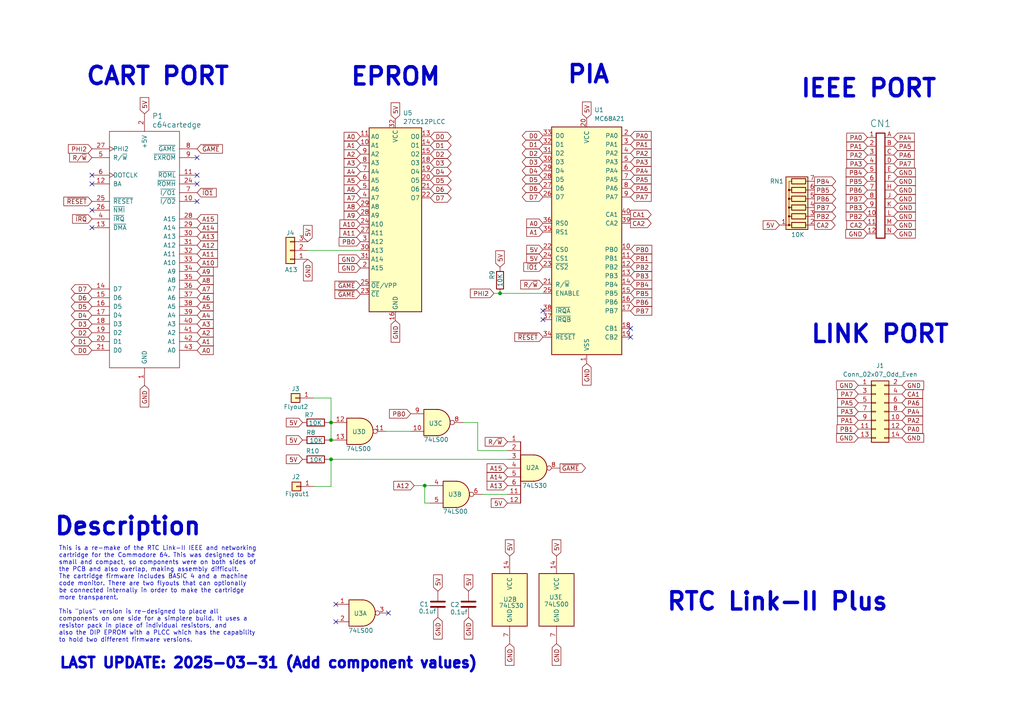
<source format=kicad_sch>
(kicad_sch (version 20250114) (generator "eeschema") (generator_version "9.0")
  (paper "A4")
  (lib_symbols
    (symbol "74xx:74LS00" (pin_names (offset 1.016))
      (property "Reference" "U" (at 0 1.27 0))
      (property "Value" "74LS00" (at 0 -1.27 0))
      (symbol "74LS00_1_1"
        (pin input line (at -7.62 2.54 0) (length 3.81) (name "~") (number "1"))
        (pin input line (at -7.62 -2.54 0) (length 3.81) (name "~") (number "2"))
        (pin output inverted (at 7.62 0 180) (length 3.81) (name "~") (number "3"))
      )
      (symbol "74LS00_1_2"
        (pin input inverted (at -7.62 2.54 0) (length 4.318) (name "~") (number "1"))
        (pin input inverted (at -7.62 -2.54 0) (length 4.318) (name "~") (number "2"))
        (pin output line (at 7.62 0 180) (length 3.81) (name "~") (number "3"))
      )
      (symbol "74LS00_2_1"
        (pin input line (at -7.62 2.54 0) (length 3.81) (name "~") (number "4"))
        (pin input line (at -7.62 -2.54 0) (length 3.81) (name "~") (number "5"))
        (pin output inverted (at 7.62 0 180) (length 3.81) (name "~") (number "6"))
      )
      (symbol "74LS00_2_2"
        (pin input inverted (at -7.62 2.54 0) (length 4.318) (name "~") (number "4"))
        (pin input inverted (at -7.62 -2.54 0) (length 4.318) (name "~") (number "5"))
        (pin output line (at 7.62 0 180) (length 3.81) (name "~") (number "6"))
      )
      (symbol "74LS00_3_1"
        (pin input line (at -7.62 2.54 0) (length 3.81) (name "~") (number "9"))
        (pin input line (at -7.62 -2.54 0) (length 3.81) (name "~") (number "10"))
        (pin output inverted (at 7.62 0 180) (length 3.81) (name "~") (number "8"))
      )
      (symbol "74LS00_3_2"
        (pin input inverted (at -7.62 2.54 0) (length 4.318) (name "~") (number "9"))
        (pin input inverted (at -7.62 -2.54 0) (length 4.318) (name "~") (number "10"))
        (pin output line (at 7.62 0 180) (length 3.81) (name "~") (number "8"))
      )
      (symbol "74LS00_4_1"
        (pin input line (at -7.62 2.54 0) (length 3.81) (name "~") (number "12"))
        (pin input line (at -7.62 -2.54 0) (length 3.81) (name "~") (number "13"))
        (pin output inverted (at 7.62 0 180) (length 3.81) (name "~") (number "11"))
      )
      (symbol "74LS00_4_2"
        (pin input inverted (at -7.62 2.54 0) (length 4.318) (name "~") (number "12"))
        (pin input inverted (at -7.62 -2.54 0) (length 4.318) (name "~") (number "13"))
        (pin output line (at 7.62 0 180) (length 3.81) (name "~") (number "11"))
      )
      (symbol "74LS00_5_0"
        (pin power_in line (at 0 12.7 270) (length 5.08) (name "VCC") (number "14"))
        (pin power_in line (at 0 -12.7 90) (length 5.08) (name "GND") (number "7"))
      )
    )
    (symbol "74xx:74LS30" (pin_names (offset 1.016))
      (property "Reference" "U" (at 0 1.27 0))
      (property "Value" "74LS30" (at 0 -1.27 0))
      (symbol "74LS30_1_1"
        (pin input line (at -7.62 7.62 0) (length 3.81) (name "~") (number "1"))
        (pin input line (at -7.62 5.08 0) (length 3.81) (name "~") (number "2"))
        (pin input line (at -7.62 2.54 0) (length 3.81) (name "~") (number "3"))
        (pin input line (at -7.62 0 0) (length 3.81) (name "~") (number "4"))
        (pin input line (at -7.62 -2.54 0) (length 3.81) (name "~") (number "5"))
        (pin input line (at -7.62 -5.08 0) (length 3.81) (name "~") (number "6"))
        (pin input line (at -7.62 -7.62 0) (length 3.81) (name "~") (number "11"))
        (pin input line (at -7.62 -10.16 0) (length 3.81) (name "~") (number "12"))
        (pin output inverted (at 7.62 0 180) (length 3.81) (name "~") (number "8"))
      )
      (symbol "74LS30_1_2"
        (pin input inverted (at -7.62 7.62 0) (length 3.81) (name "~") (number "1"))
        (pin input inverted (at -7.62 5.08 0) (length 3.81) (name "~") (number "2"))
        (pin input inverted (at -7.62 2.54 0) (length 4.5466) (name "~") (number "3"))
        (pin input inverted (at -7.62 0 0) (length 5.08) (name "~") (number "4"))
        (pin input inverted (at -7.62 -2.54 0) (length 4.5466) (name "~") (number "5"))
        (pin input inverted (at -7.62 -5.08 0) (length 3.81) (name "~") (number "6"))
        (pin input inverted (at -7.62 -7.62 0) (length 3.81) (name "~") (number "11"))
        (pin input inverted (at -7.62 -10.16 0) (length 3.81) (name "~") (number "12"))
        (pin output line (at 7.62 0 180) (length 3.81) (name "~") (number "8"))
      )
      (symbol "74LS30_2_0"
        (pin power_in line (at 0 12.7 270) (length 5.08) (name "VCC") (number "14"))
        (pin power_in line (at 0 -12.7 90) (length 5.08) (name "GND") (number "7"))
      )
    )
    (symbol "Connector_Generic:Conn_01x01" (pin_names (offset 1.016) (hide yes))
      (property "Reference" "J" (at 0 2.54 0))
      (property "Value" "Conn_01x01" (at 0 -2.54 0))
      (symbol "Conn_01x01_1_1"
        (pin passive line (at -5.08 0 0) (length 3.81) (name "Pin_1") (number "1"))
      )
    )
    (symbol "Connector_Generic:Conn_01x03" (pin_names (offset 1.016) (hide yes))
      (property "Reference" "J" (at 0 5.08 0))
      (property "Value" "Conn_01x03" (at 0 -5.08 0))
      (symbol "Conn_01x03_1_1"
        (pin passive line (at -5.08 2.54 0) (length 3.81) (name "Pin_1") (number "1"))
        (pin passive line (at -5.08 0 0) (length 3.81) (name "Pin_2") (number "2"))
        (pin passive line (at -5.08 -2.54 0) (length 3.81) (name "Pin_3") (number "3"))
      )
    )
    (symbol "Connector_Generic:Conn_02x07_Odd_Even" (pin_names (offset 1.016) (hide yes))
      (property "Reference" "J" (at 1.27 10.16 0))
      (property "Value" "Conn_02x07_Odd_Even" (at 1.27 -10.16 0))
      (symbol "Conn_02x07_Odd_Even_1_1"
        (pin passive line (at -5.08 7.62 0) (length 3.81) (name "Pin_1") (number "1"))
        (pin passive line (at -5.08 5.08 0) (length 3.81) (name "Pin_3") (number "3"))
        (pin passive line (at -5.08 2.54 0) (length 3.81) (name "Pin_5") (number "5"))
        (pin passive line (at -5.08 0 0) (length 3.81) (name "Pin_7") (number "7"))
        (pin passive line (at -5.08 -2.54 0) (length 3.81) (name "Pin_9") (number "9"))
        (pin passive line (at -5.08 -5.08 0) (length 3.81) (name "Pin_11") (number "11"))
        (pin passive line (at -5.08 -7.62 0) (length 3.81) (name "Pin_13") (number "13"))
        (pin passive line (at 7.62 7.62 180) (length 3.81) (name "Pin_2") (number "2"))
        (pin passive line (at 7.62 5.08 180) (length 3.81) (name "Pin_4") (number "4"))
        (pin passive line (at 7.62 2.54 180) (length 3.81) (name "Pin_6") (number "6"))
        (pin passive line (at 7.62 0 180) (length 3.81) (name "Pin_8") (number "8"))
        (pin passive line (at 7.62 -2.54 180) (length 3.81) (name "Pin_10") (number "10"))
        (pin passive line (at 7.62 -5.08 180) (length 3.81) (name "Pin_12") (number "12"))
        (pin passive line (at 7.62 -7.62 180) (length 3.81) (name "Pin_14") (number "14"))
      )
    )
    (symbol "Device:C" (pin_numbers (hide yes)) (pin_names (offset 0.254))
      (property "Reference" "C" (at 0.635 2.54 0))
      (property "Value" "C" (at 0.635 -2.54 0))
      (symbol "C_1_1"
        (pin passive line (at 0 3.81 270) (length 2.794) (name "~") (number "1"))
        (pin passive line (at 0 -3.81 90) (length 2.794) (name "~") (number "2"))
      )
    )
    (symbol "Device:R" (pin_numbers (hide yes)) (pin_names (offset 0))
      (property "Reference" "R" (at 2.032 0 90))
      (property "Value" "R" (at 0 0 90))
      (symbol "R_1_1"
        (pin passive line (at 0 3.81 270) (length 1.27) (name "~") (number "1"))
        (pin passive line (at 0 -3.81 90) (length 1.27) (name "~") (number "2"))
      )
    )
    (symbol "Device:R_Network06" (pin_names (offset 0) (hide yes))
      (property "Reference" "RN" (at -10.16 0 90))
      (property "Value" "R_Network06" (at 7.62 0 90))
      (symbol "R_Network06_1_1"
        (pin passive line (at -7.62 5.08 270) (length 2.54) (name "common") (number "1"))
        (pin passive line (at -7.62 -5.08 90) (length 1.27) (name "R1") (number "2"))
        (pin passive line (at -5.08 -5.08 90) (length 1.27) (name "R2") (number "3"))
        (pin passive line (at -2.54 -5.08 90) (length 1.27) (name "R3") (number "4"))
        (pin passive line (at 0 -5.08 90) (length 1.27) (name "R4") (number "5"))
        (pin passive line (at 2.54 -5.08 90) (length 1.27) (name "R5") (number "6"))
        (pin passive line (at 5.08 -5.08 90) (length 1.27) (name "R6") (number "7"))
      )
    )
    (symbol "Interface:MC68A21" (pin_names (offset 1.016))
      (property "Reference" "U" (at -7.62 34.29 0))
      (property "Value" "MC68A21" (at 10.16 34.29 0))
      (symbol "MC68A21_1_1"
        (pin bidirectional line (at -12.7 30.48 0) (length 2.54) (name "D0") (number "33"))
        (pin bidirectional line (at -12.7 27.94 0) (length 2.54) (name "D1") (number "32"))
        (pin bidirectional line (at -12.7 25.4 0) (length 2.54) (name "D2") (number "31"))
        (pin bidirectional line (at -12.7 22.86 0) (length 2.54) (name "D3") (number "30"))
        (pin bidirectional line (at -12.7 20.32 0) (length 2.54) (name "D4") (number "29"))
        (pin bidirectional line (at -12.7 17.78 0) (length 2.54) (name "D5") (number "28"))
        (pin bidirectional line (at -12.7 15.24 0) (length 2.54) (name "D6") (number "27"))
        (pin bidirectional line (at -12.7 12.7 0) (length 2.54) (name "D7") (number "26"))
        (pin input line (at -12.7 5.08 0) (length 2.54) (name "RS0") (number "36"))
        (pin input line (at -12.7 2.54 0) (length 2.54) (name "RS1") (number "35"))
        (pin input line (at -12.7 -2.54 0) (length 2.54) (name "CS0") (number "22"))
        (pin input line (at -12.7 -5.08 0) (length 2.54) (name "CS1") (number "24"))
        (pin input line (at -12.7 -7.62 0) (length 2.54) (name "~{CS2}") (number "23"))
        (pin input line (at -12.7 -12.7 0) (length 2.54) (name "R/~{W}") (number "21"))
        (pin input line (at -12.7 -15.24 0) (length 2.54) (name "ENABLE") (number "25"))
        (pin open_collector line (at -12.7 -20.32 0) (length 2.54) (name "~{IRQA}") (number "38"))
        (pin open_collector line (at -12.7 -22.86 0) (length 2.54) (name "~{IRQB}") (number "37"))
        (pin input line (at -12.7 -27.94 0) (length 2.54) (name "~{RESET}") (number "34"))
        (pin power_in line (at 0 35.56 270) (length 2.54) (name "VCC") (number "20"))
        (pin power_in line (at 0 -35.56 90) (length 2.54) (name "VSS") (number "1"))
        (pin bidirectional line (at 12.7 30.48 180) (length 2.54) (name "PA0") (number "2"))
        (pin bidirectional line (at 12.7 27.94 180) (length 2.54) (name "PA1") (number "3"))
        (pin bidirectional line (at 12.7 25.4 180) (length 2.54) (name "PA2") (number "4"))
        (pin bidirectional line (at 12.7 22.86 180) (length 2.54) (name "PA3") (number "5"))
        (pin bidirectional line (at 12.7 20.32 180) (length 2.54) (name "PA4") (number "6"))
        (pin bidirectional line (at 12.7 17.78 180) (length 2.54) (name "PA5") (number "7"))
        (pin bidirectional line (at 12.7 15.24 180) (length 2.54) (name "PA6") (number "8"))
        (pin bidirectional line (at 12.7 12.7 180) (length 2.54) (name "PA7") (number "9"))
        (pin input line (at 12.7 7.62 180) (length 2.54) (name "CA1") (number "40"))
        (pin bidirectional line (at 12.7 5.08 180) (length 2.54) (name "CA2") (number "39"))
        (pin bidirectional line (at 12.7 -2.54 180) (length 2.54) (name "PB0") (number "10"))
        (pin bidirectional line (at 12.7 -5.08 180) (length 2.54) (name "PB1") (number "11"))
        (pin bidirectional line (at 12.7 -7.62 180) (length 2.54) (name "PB2") (number "12"))
        (pin bidirectional line (at 12.7 -10.16 180) (length 2.54) (name "PB3") (number "13"))
        (pin bidirectional line (at 12.7 -12.7 180) (length 2.54) (name "PB4") (number "14"))
        (pin bidirectional line (at 12.7 -15.24 180) (length 2.54) (name "PB5") (number "15"))
        (pin bidirectional line (at 12.7 -17.78 180) (length 2.54) (name "PB6") (number "16"))
        (pin bidirectional line (at 12.7 -20.32 180) (length 2.54) (name "PB7") (number "17"))
        (pin input line (at 12.7 -25.4 180) (length 2.54) (name "CB1") (number "18"))
        (pin bidirectional line (at 12.7 -27.94 180) (length 2.54) (name "CB2") (number "19"))
      )
    )
    (symbol "Memory_EPROM:27C512PLCC"
      (property "Reference" "U" (at -7.62 26.67 0))
      (property "Value" "27C512PLCC" (at 2.54 -29.21 0))
      (symbol "27C512PLCC_1_1"
        (pin input line (at -10.16 22.86 0) (length 2.54) (name "A0") (number "11"))
        (pin input line (at -10.16 20.32 0) (length 2.54) (name "A1") (number "10"))
        (pin input line (at -10.16 17.78 0) (length 2.54) (name "A2") (number "9"))
        (pin input line (at -10.16 15.24 0) (length 2.54) (name "A3") (number "8"))
        (pin input line (at -10.16 12.7 0) (length 2.54) (name "A4") (number "7"))
        (pin input line (at -10.16 10.16 0) (length 2.54) (name "A5") (number "6"))
        (pin input line (at -10.16 7.62 0) (length 2.54) (name "A6") (number "5"))
        (pin input line (at -10.16 5.08 0) (length 2.54) (name "A7") (number "4"))
        (pin input line (at -10.16 2.54 0) (length 2.54) (name "A8") (number "29"))
        (pin input line (at -10.16 0 0) (length 2.54) (name "A9") (number "28"))
        (pin input line (at -10.16 -2.54 0) (length 2.54) (name "A10") (number "24"))
        (pin input line (at -10.16 -5.08 0) (length 2.54) (name "A11") (number "27"))
        (pin input line (at -10.16 -7.62 0) (length 2.54) (name "A12") (number "3"))
        (pin input line (at -10.16 -10.16 0) (length 2.54) (name "A13") (number "30"))
        (pin input line (at -10.16 -12.7 0) (length 2.54) (name "A14") (number "31"))
        (pin input line (at -10.16 -15.24 0) (length 2.54) (name "A15") (number "2"))
        (pin input line (at -10.16 -20.32 0) (length 2.54) (name "~{OE}/VPP") (number "25"))
        (pin input line (at -10.16 -22.86 0) (length 2.54) (name "~{CE}") (number "23"))
        (pin power_in line (at 0 27.94 270) (length 2.54) (name "VCC") (number "32"))
        (pin power_in line (at 0 -30.48 90) (length 2.54) (name "GND") (number "16"))
        (pin no_connect line (at 7.62 -17.78 180) (length 2.54) (hide yes) (name "NC") (number "1"))
        (pin no_connect line (at 7.62 -20.32 180) (length 2.54) (hide yes) (name "NC") (number "17"))
        (pin no_connect line (at 7.62 -22.86 180) (length 2.54) (hide yes) (name "NC") (number "12"))
        (pin no_connect line (at 7.62 -25.4 180) (length 2.54) (hide yes) (name "NC") (number "26"))
        (pin tri_state line (at 10.16 22.86 180) (length 2.54) (name "O0") (number "13"))
        (pin tri_state line (at 10.16 20.32 180) (length 2.54) (name "O1") (number "14"))
        (pin tri_state line (at 10.16 17.78 180) (length 2.54) (name "O2") (number "15"))
        (pin tri_state line (at 10.16 15.24 180) (length 2.54) (name "O3") (number "18"))
        (pin tri_state line (at 10.16 12.7 180) (length 2.54) (name "O4") (number "19"))
        (pin tri_state line (at 10.16 10.16 180) (length 2.54) (name "O5") (number "20"))
        (pin tri_state line (at 10.16 7.62 180) (length 2.54) (name "O6") (number "21"))
        (pin tri_state line (at 10.16 5.08 180) (length 2.54) (name "O7") (number "22"))
      )
    )
    (symbol "c64cartedge:c64cartedge" (pin_names (offset 1.016))
      (property "Reference" "P" (at -7.62 34.29 0))
      (property "Value" "c64cartedge" (at 0 0 90))
      (symbol "c64cartedge_1_1"
        (pin output clock (at -15.24 26.67 0) (length 5.08) (name "PHI2") (number "27"))
        (pin output line (at -15.24 24.13 0) (length 5.08) (name "R/~{W}") (number "5"))
        (pin output clock (at -15.24 19.05 0) (length 5.08) (name "DOTCLK") (number "6"))
        (pin output line (at -15.24 16.51 0) (length 5.08) (name "BA") (number "12"))
        (pin input line (at -15.24 11.43 0) (length 5.08) (name "~{RESET}") (number "25"))
        (pin input line (at -15.24 8.89 0) (length 5.08) (name "~{NMI}") (number "26"))
        (pin input line (at -15.24 6.35 0) (length 5.08) (name "~{IRQ}") (number "4"))
        (pin input line (at -15.24 3.81 0) (length 5.08) (name "~{DMA}") (number "13"))
        (pin output line (at -15.24 -13.97 0) (length 5.08) (name "D7") (number "14"))
        (pin output line (at -15.24 -16.51 0) (length 5.08) (name "D6") (number "15"))
        (pin output line (at -15.24 -19.05 0) (length 5.08) (name "D5") (number "16"))
        (pin output line (at -15.24 -21.59 0) (length 5.08) (name "D4") (number "17"))
        (pin output line (at -15.24 -24.13 0) (length 5.08) (name "D3") (number "18"))
        (pin output line (at -15.24 -26.67 0) (length 5.08) (name "D2") (number "19"))
        (pin output line (at -15.24 -29.21 0) (length 5.08) (name "D1") (number "20"))
        (pin output line (at -15.24 -31.75 0) (length 5.08) (name "D0") (number "21"))
        (pin power_in line (at 0 36.83 270) (length 5.08) (name "+5V") (number "2"))
        (pin power_in line (at 0 36.83 270) (length 5.08) (hide yes) (name "+5V") (number "3"))
        (pin power_in line (at 0 -41.91 90) (length 5.08) (name "GND") (number "1"))
        (pin power_in line (at 0 -41.91 90) (length 5.08) (hide yes) (name "GND") (number "22"))
        (pin power_in line (at 0 -41.91 90) (length 5.08) (hide yes) (name "GND") (number "23"))
        (pin power_in line (at 0 -41.91 90) (length 5.08) (hide yes) (name "GND") (number "44"))
        (pin input line (at 15.24 26.67 180) (length 5.08) (name "~{GAME}") (number "8"))
        (pin input line (at 15.24 24.13 180) (length 5.08) (name "~{EXROM}") (number "9"))
        (pin output line (at 15.24 19.05 180) (length 5.08) (name "~{ROML}") (number "11"))
        (pin output line (at 15.24 16.51 180) (length 5.08) (name "~{ROMH}") (number "24"))
        (pin output line (at 15.24 13.97 180) (length 5.08) (name "~{I/O1}") (number "7"))
        (pin output line (at 15.24 11.43 180) (length 5.08) (name "~{I/O2}") (number "10"))
        (pin output line (at 15.24 6.35 180) (length 5.08) (name "A15") (number "28"))
        (pin output line (at 15.24 3.81 180) (length 5.08) (name "A14") (number "29"))
        (pin output line (at 15.24 1.27 180) (length 5.08) (name "A13") (number "30"))
        (pin output line (at 15.24 -1.27 180) (length 5.08) (name "A12") (number "31"))
        (pin output line (at 15.24 -3.81 180) (length 5.08) (name "A11") (number "32"))
        (pin output line (at 15.24 -6.35 180) (length 5.08) (name "A10") (number "33"))
        (pin output line (at 15.24 -8.89 180) (length 5.08) (name "A9") (number "34"))
        (pin output line (at 15.24 -11.43 180) (length 5.08) (name "A8") (number "35"))
        (pin output line (at 15.24 -13.97 180) (length 5.08) (name "A7") (number "36"))
        (pin output line (at 15.24 -16.51 180) (length 5.08) (name "A6") (number "37"))
        (pin output line (at 15.24 -19.05 180) (length 5.08) (name "A5") (number "38"))
        (pin output line (at 15.24 -21.59 180) (length 5.08) (name "A4") (number "39"))
        (pin output line (at 15.24 -24.13 180) (length 5.08) (name "A3") (number "40"))
        (pin output line (at 15.24 -26.67 180) (length 5.08) (name "A2") (number "41"))
        (pin output line (at 15.24 -29.21 180) (length 5.08) (name "A1") (number "42"))
        (pin output line (at 15.24 -31.75 180) (length 5.08) (name "A0") (number "43"))
      )
    )
    (symbol "cbm:EDGE_CON_02x12" (pin_names (offset 1.016))
      (property "Reference" "CN" (at 0 17.78 0))
      (symbol "EDGE_CON_02x12_1_1"
        (pin input line (at -3.81 13.97 0) (length 2.54) (name "~") (number "1"))
        (pin input line (at -3.81 11.43 0) (length 2.54) (name "~") (number "2"))
        (pin input line (at -3.81 8.89 0) (length 2.54) (name "~") (number "3"))
        (pin input line (at -3.81 6.35 0) (length 2.54) (name "~") (number "4"))
        (pin input line (at -3.81 3.81 0) (length 2.54) (name "~") (number "5"))
        (pin input line (at -3.81 1.27 0) (length 2.54) (name "~") (number "6"))
        (pin input line (at -3.81 -1.27 0) (length 2.54) (name "~") (number "7"))
        (pin input line (at -3.81 -3.81 0) (length 2.54) (name "~") (number "8"))
        (pin input line (at -3.81 -6.35 0) (length 2.54) (name "~") (number "9"))
        (pin input line (at -3.81 -8.89 0) (length 2.54) (name "~") (number "10"))
        (pin input line (at -3.81 -11.43 0) (length 2.54) (name "~") (number "11"))
        (pin input line (at -3.81 -13.97 0) (length 2.54) (name "~") (number "12"))
        (pin input line (at 3.81 13.97 180) (length 2.54) (name "~") (number "A"))
        (pin input line (at 3.81 11.43 180) (length 2.54) (name "~") (number "B"))
        (pin input line (at 3.81 8.89 180) (length 2.54) (name "~") (number "C"))
        (pin input line (at 3.81 6.35 180) (length 2.54) (name "~") (number "D"))
        (pin input line (at 3.81 3.81 180) (length 2.54) (name "~") (number "E"))
        (pin input line (at 3.81 1.27 180) (length 2.54) (name "~") (number "F"))
        (pin input line (at 3.81 -1.27 180) (length 2.54) (name "~") (number "H"))
        (pin input line (at 3.81 -3.81 180) (length 2.54) (name "~") (number "J"))
        (pin input line (at 3.81 -6.35 180) (length 2.54) (name "~") (number "K"))
        (pin input line (at 3.81 -8.89 180) (length 2.54) (name "~") (number "L"))
        (pin input line (at 3.81 -11.43 180) (length 2.54) (name "~") (number "M"))
        (pin input line (at 3.81 -13.97 180) (length 2.54) (name "~") (number "N"))
      )
    )
  )
  (text "IEEE PORT" (at 231.902 28.702 0) (effects (font (size 5 5) (thickness 1) (bold yes)) (justify left bottom)))
  (text "Description" (at 15.494 155.702 0) (effects (font (size 5 5) (thickness 1) (bold yes)) (justify left bottom)))
  (text "EPROM" (at 101.346 25.273 0) (effects (font (size 5 5) (thickness 1) (bold yes)) (justify left bottom)))
  (text "LAST UPDATE: 2025-03-31 (Add component values)" (at 17.018 194.183 0) (effects (font (size 3 3) (thickness 0.8) (bold yes)) (justify left bottom)))
  (text "PIA" (at 164.211 24.638 0) (effects (font (size 5 5) (thickness 1) (bold yes)) (justify left bottom)))
  (text "This is a re-make of the RTC Link-II IEEE and networking\ncartridge for the Commodore 64. This was designed to be\nsmall and compact, so components were on both sides of\nthe PCB and also overlap, making assembly difficult.\nThe cartridge firmware includes BASIC 4 and a machine\ncode monitor. There are two flyouts that can optionally\nbe connected internally in order to make the cartridge\nmore transparent.\n\nThis \"plus\" version is re-designed to place all\ncomponents on one side for a simplere build. It uses a\nresistor pack in place of individual resistors, and\nalso the DIP EPROM with a PLCC which has the capability\nto hold two different firmware versions." (at 17.018 186.436 0) (effects (font (size 1.27 1.27)) (justify left bottom)))
  (text "CART PORT" (at 24.638 25.146 0) (effects (font (size 5 5) (thickness 1) (bold yes)) (justify left bottom)))
  (text "RTC Link-II Plus" (at 193.04 177.546 0) (effects (font (size 5 5) (thickness 1) (bold yes)) (justify left bottom)))
  (text "LINK PORT" (at 234.823 99.949 0) (effects (font (size 5 5) (thickness 1) (bold yes)) (justify left bottom)))
  (junction (at 96.012 127.635))
  (junction (at 145.034 85.09))
  (junction (at 123.19 140.843))
  (junction (at 96.012 133.223))
  (junction (at 96.012 122.555))
  (no_connect (at 26.67 53.34))
  (no_connect (at 26.67 66.04))
  (no_connect (at 57.15 58.42))
  (no_connect (at 182.88 97.79))
  (no_connect (at 157.48 92.71))
  (no_connect (at 97.409 180.34))
  (no_connect (at 97.409 175.26))
  (no_connect (at 57.15 50.8))
  (no_connect (at 57.15 53.34))
  (no_connect (at 182.88 95.25))
  (no_connect (at 157.48 90.17))
  (no_connect (at 26.67 50.8))
  (no_connect (at 26.67 60.96))
  (no_connect (at 57.15 45.72))
  (no_connect (at 112.649 177.8))
  (wire (pts (xy 96.012 122.555) (xy 96.774 122.555)))
  (wire (pts (xy 120.142 140.843) (xy 123.19 140.843)))
  (wire (pts (xy 95.377 122.555) (xy 96.012 122.555)))
  (wire (pts (xy 89.281 72.644) (xy 104.521 72.644)))
  (wire (pts (xy 139.954 143.383) (xy 147.193 143.383)))
  (wire (pts (xy 90.805 115.443) (xy 96.012 115.443)))
  (wire (pts (xy 145.034 85.09) (xy 157.48 85.09)))
  (wire (pts (xy 123.19 145.923) (xy 123.19 140.843)))
  (wire (pts (xy 138.557 130.683) (xy 138.557 122.555)))
  (wire (pts (xy 138.557 122.555) (xy 134.366 122.555)))
  (wire (pts (xy 96.012 133.223) (xy 147.193 133.223)))
  (wire (pts (xy 123.19 140.843) (xy 124.714 140.843)))
  (wire (pts (xy 96.012 141.097) (xy 96.012 133.223)))
  (wire (pts (xy 143.256 85.09) (xy 145.034 85.09)))
  (wire (pts (xy 124.714 145.923) (xy 123.19 145.923)))
  (wire (pts (xy 95.377 127.635) (xy 96.012 127.635)))
  (wire (pts (xy 91.059 141.097) (xy 96.012 141.097)))
  (wire (pts (xy 112.014 125.095) (xy 119.126 125.095)))
  (wire (pts (xy 95.377 133.223) (xy 96.012 133.223)))
  (wire (pts (xy 96.012 122.555) (xy 96.012 127.635)))
  (wire (pts (xy 96.012 115.443) (xy 96.012 122.555)))
  (wire (pts (xy 147.193 130.683) (xy 138.557 130.683)))
  (wire (pts (xy 96.012 127.635) (xy 96.774 127.635)))
  (global_label "PA0" (shape input) (at 182.88 39.37 0) (property "Intersheetrefs" "${INTERSHEET_REFS}" (effects (hide yes))))
  (global_label "PB7" (shape input) (at 182.88 90.17 0) (property "Intersheetrefs" "${INTERSHEET_REFS}" (effects (hide yes))))
  (global_label "PA0" (shape input) (at 251.587 39.878 180) (property "Intersheetrefs" "${INTERSHEET_REFS}" (effects (hide yes))))
  (global_label "A3" (shape input) (at 104.521 47.244 180) (property "Intersheetrefs" "${INTERSHEET_REFS}" (effects (hide yes))))
  (global_label "GND" (shape input) (at 147.828 186.69 270) (property "Intersheetrefs" "${INTERSHEET_REFS}" (effects (hide yes))))
  (global_label "D7" (shape bidirectional) (at 124.841 57.404 0) (property "Intersheetrefs" "${INTERSHEET_REFS}" (effects (hide yes))))
  (global_label "A15" (shape input) (at 147.193 135.763 180) (property "Intersheetrefs" "${INTERSHEET_REFS}" (effects (hide yes))))
  (global_label "GND" (shape input) (at 135.89 179.07 270) (property "Intersheetrefs" "${INTERSHEET_REFS}" (effects (hide yes))))
  (global_label "PA3" (shape input) (at 248.92 119.38 180) (property "Intersheetrefs" "${INTERSHEET_REFS}" (effects (hide yes))))
  (global_label "GND" (shape input) (at 127 179.07 270) (property "Intersheetrefs" "${INTERSHEET_REFS}" (effects (hide yes))))
  (global_label "PHI2" (shape input) (at 26.67 43.18 180) (property "Intersheetrefs" "${INTERSHEET_REFS}" (effects (hide yes))))
  (global_label "PB7" (shape input) (at 251.587 57.658 180) (property "Intersheetrefs" "${INTERSHEET_REFS}" (effects (hide yes))))
  (global_label "PA5" (shape input) (at 182.88 52.07 0) (property "Intersheetrefs" "${INTERSHEET_REFS}" (effects (hide yes))))
  (global_label "A1" (shape input) (at 157.48 67.31 180) (property "Intersheetrefs" "${INTERSHEET_REFS}" (effects (hide yes))))
  (global_label "GND" (shape input) (at 104.521 75.184 180) (property "Intersheetrefs" "${INTERSHEET_REFS}" (effects (hide yes))))
  (global_label "PA1" (shape input) (at 251.587 42.418 180) (property "Intersheetrefs" "${INTERSHEET_REFS}" (effects (hide yes))))
  (global_label "PA6" (shape input) (at 182.88 54.61 0) (property "Intersheetrefs" "${INTERSHEET_REFS}" (effects (hide yes))))
  (global_label "PA1" (shape input) (at 248.92 121.92 180) (property "Intersheetrefs" "${INTERSHEET_REFS}" (effects (hide yes))))
  (global_label "D6" (shape bidirectional) (at 124.841 54.864 0) (property "Intersheetrefs" "${INTERSHEET_REFS}" (effects (hide yes))))
  (global_label "GND" (shape input) (at 161.417 186.69 270) (property "Intersheetrefs" "${INTERSHEET_REFS}" (effects (hide yes))))
  (global_label "GND" (shape input) (at 259.207 55.118 0) (property "Intersheetrefs" "${INTERSHEET_REFS}" (effects (hide yes))))
  (global_label "D1" (shape bidirectional) (at 157.48 41.91 180) (property "Intersheetrefs" "${INTERSHEET_REFS}" (effects (hide yes))))
  (global_label "PB4" (shape input) (at 251.587 50.038 180) (property "Intersheetrefs" "${INTERSHEET_REFS}" (effects (hide yes))))
  (global_label "PB4" (shape output) (at 236.22 52.578 0) (property "Intersheetrefs" "${INTERSHEET_REFS}" (effects (hide yes))))
  (global_label "D0" (shape bidirectional) (at 157.48 39.37 180) (property "Intersheetrefs" "${INTERSHEET_REFS}" (effects (hide yes))))
  (global_label "~{GAME}" (shape output) (at 162.433 135.763 0) (property "Intersheetrefs" "${INTERSHEET_REFS}" (effects (hide yes))))
  (global_label "PB0" (shape input) (at 182.88 72.39 0) (property "Intersheetrefs" "${INTERSHEET_REFS}" (effects (hide yes))))
  (global_label "D4" (shape bidirectional) (at 124.841 49.784 0) (property "Intersheetrefs" "${INTERSHEET_REFS}" (effects (hide yes))))
  (global_label "A15" (shape input) (at 57.15 63.5 0) (property "Intersheetrefs" "${INTERSHEET_REFS}" (effects (hide yes))))
  (global_label "5V" (shape input) (at 87.757 133.223 180) (property "Intersheetrefs" "${INTERSHEET_REFS}" (effects (hide yes))))
  (global_label "D0" (shape bidirectional) (at 124.841 39.624 0) (property "Intersheetrefs" "${INTERSHEET_REFS}" (effects (hide yes))))
  (global_label "D3" (shape bidirectional) (at 26.67 93.98 180) (property "Intersheetrefs" "${INTERSHEET_REFS}" (effects (hide yes))))
  (global_label "PA0" (shape input) (at 261.62 124.46 0) (property "Intersheetrefs" "${INTERSHEET_REFS}" (effects (hide yes))))
  (global_label "5V" (shape input) (at 147.828 161.29 90) (property "Intersheetrefs" "${INTERSHEET_REFS}" (effects (hide yes))))
  (global_label "PA5" (shape input) (at 248.92 116.84 180) (property "Intersheetrefs" "${INTERSHEET_REFS}" (effects (hide yes))))
  (global_label "A7" (shape input) (at 104.521 57.404 180) (property "Intersheetrefs" "${INTERSHEET_REFS}" (effects (hide yes))))
  (global_label "CA2" (shape output) (at 182.88 64.77 0) (property "Intersheetrefs" "${INTERSHEET_REFS}" (effects (hide yes))))
  (global_label "~{RESET}" (shape input) (at 26.67 58.42 180) (property "Intersheetrefs" "${INTERSHEET_REFS}" (effects (hide yes))))
  (global_label "D5" (shape bidirectional) (at 157.48 52.07 180) (property "Intersheetrefs" "${INTERSHEET_REFS}" (effects (hide yes))))
  (global_label "A2" (shape input) (at 57.15 96.52 0) (property "Intersheetrefs" "${INTERSHEET_REFS}" (effects (hide yes))))
  (global_label "5V" (shape input) (at 226.06 65.278 180) (property "Intersheetrefs" "${INTERSHEET_REFS}" (effects (hide yes))))
  (global_label "5V" (shape input) (at 41.91 33.02 90) (property "Intersheetrefs" "${INTERSHEET_REFS}" (effects (hide yes))))
  (global_label "A2" (shape input) (at 104.521 44.704 180) (property "Intersheetrefs" "${INTERSHEET_REFS}" (effects (hide yes))))
  (global_label "D5" (shape bidirectional) (at 26.67 88.9 180) (property "Intersheetrefs" "${INTERSHEET_REFS}" (effects (hide yes))))
  (global_label "~{RESET}" (shape input) (at 157.48 97.79 180) (property "Intersheetrefs" "${INTERSHEET_REFS}" (effects (hide yes))))
  (global_label "PA7" (shape input) (at 259.207 47.498 0) (property "Intersheetrefs" "${INTERSHEET_REFS}" (effects (hide yes))))
  (global_label "A4" (shape input) (at 104.521 49.784 180) (property "Intersheetrefs" "${INTERSHEET_REFS}" (effects (hide yes))))
  (global_label "~{IO1}" (shape input) (at 157.48 77.47 180) (property "Intersheetrefs" "${INTERSHEET_REFS}" (effects (hide yes))))
  (global_label "PA2" (shape input) (at 182.88 44.45 0) (property "Intersheetrefs" "${INTERSHEET_REFS}" (effects (hide yes))))
  (global_label "5V" (shape input) (at 135.89 171.45 90) (property "Intersheetrefs" "${INTERSHEET_REFS}" (effects (hide yes))))
  (global_label "5V" (shape input) (at 147.193 145.923 180) (property "Intersheetrefs" "${INTERSHEET_REFS}" (effects (hide yes))))
  (global_label "A14" (shape input) (at 147.193 138.303 180) (property "Intersheetrefs" "${INTERSHEET_REFS}" (effects (hide yes))))
  (global_label "5V" (shape input) (at 89.281 70.104 90) (property "Intersheetrefs" "${INTERSHEET_REFS}" (effects (hide yes))))
  (global_label "A13" (shape input) (at 147.193 140.843 180) (property "Intersheetrefs" "${INTERSHEET_REFS}" (effects (hide yes))))
  (global_label "D1" (shape bidirectional) (at 26.67 99.06 180) (property "Intersheetrefs" "${INTERSHEET_REFS}" (effects (hide yes))))
  (global_label "PB6" (shape output) (at 236.22 57.658 0) (property "Intersheetrefs" "${INTERSHEET_REFS}" (effects (hide yes))))
  (global_label "GND" (shape input) (at 259.207 67.818 0) (property "Intersheetrefs" "${INTERSHEET_REFS}" (effects (hide yes))))
  (global_label "5V" (shape input) (at 145.034 77.47 90) (property "Intersheetrefs" "${INTERSHEET_REFS}" (effects (hide yes))))
  (global_label "A12" (shape input) (at 57.15 71.12 0) (property "Intersheetrefs" "${INTERSHEET_REFS}" (effects (hide yes))))
  (global_label "5V" (shape input) (at 157.48 72.39 180) (property "Intersheetrefs" "${INTERSHEET_REFS}" (effects (hide yes))))
  (global_label "GND" (shape input) (at 259.207 65.278 0) (property "Intersheetrefs" "${INTERSHEET_REFS}" (effects (hide yes))))
  (global_label "PA2" (shape input) (at 261.62 121.92 0) (property "Intersheetrefs" "${INTERSHEET_REFS}" (effects (hide yes))))
  (global_label "PA6" (shape input) (at 261.62 116.84 0) (property "Intersheetrefs" "${INTERSHEET_REFS}" (effects (hide yes))))
  (global_label "A0" (shape input) (at 157.48 64.77 180) (property "Intersheetrefs" "${INTERSHEET_REFS}" (effects (hide yes))))
  (global_label "PB2" (shape input) (at 182.88 77.47 0) (property "Intersheetrefs" "${INTERSHEET_REFS}" (effects (hide yes))))
  (global_label "5V" (shape input) (at 170.18 34.29 90) (property "Intersheetrefs" "${INTERSHEET_REFS}" (effects (hide yes))))
  (global_label "PB1" (shape input) (at 182.88 74.93 0) (property "Intersheetrefs" "${INTERSHEET_REFS}" (effects (hide yes))))
  (global_label "GND" (shape input) (at 104.521 77.724 180) (property "Intersheetrefs" "${INTERSHEET_REFS}" (effects (hide yes))))
  (global_label "PB3" (shape input) (at 182.88 80.01 0) (property "Intersheetrefs" "${INTERSHEET_REFS}" (effects (hide yes))))
  (global_label "CA2" (shape input) (at 251.587 65.278 180) (property "Intersheetrefs" "${INTERSHEET_REFS}" (effects (hide yes))))
  (global_label "PHI2" (shape input) (at 143.256 85.09 180) (property "Intersheetrefs" "${INTERSHEET_REFS}" (effects (hide yes))))
  (global_label "~{IO1}" (shape input) (at 57.15 55.88 0) (property "Intersheetrefs" "${INTERSHEET_REFS}" (effects (hide yes))))
  (global_label "PB4" (shape input) (at 182.88 82.55 0) (property "Intersheetrefs" "${INTERSHEET_REFS}" (effects (hide yes))))
  (global_label "A4" (shape input) (at 57.15 91.44 0) (property "Intersheetrefs" "${INTERSHEET_REFS}" (effects (hide yes))))
  (global_label "A14" (shape input) (at 57.15 66.04 0) (property "Intersheetrefs" "${INTERSHEET_REFS}" (effects (hide yes))))
  (global_label "PB6" (shape input) (at 182.88 87.63 0) (property "Intersheetrefs" "${INTERSHEET_REFS}" (effects (hide yes))))
  (global_label "A12" (shape input) (at 120.142 140.843 180) (property "Intersheetrefs" "${INTERSHEET_REFS}" (effects (hide yes))))
  (global_label "A13" (shape input) (at 57.15 68.58 0) (property "Intersheetrefs" "${INTERSHEET_REFS}" (effects (hide yes))))
  (global_label "GND" (shape input) (at 170.18 105.41 270) (property "Intersheetrefs" "${INTERSHEET_REFS}" (effects (hide yes))))
  (global_label "PA3" (shape input) (at 182.88 46.99 0) (property "Intersheetrefs" "${INTERSHEET_REFS}" (effects (hide yes))))
  (global_label "PA5" (shape input) (at 259.207 42.418 0) (property "Intersheetrefs" "${INTERSHEET_REFS}" (effects (hide yes))))
  (global_label "A8" (shape input) (at 104.521 59.944 180) (property "Intersheetrefs" "${INTERSHEET_REFS}" (effects (hide yes))))
  (global_label "5V" (shape input) (at 127 171.45 90) (property "Intersheetrefs" "${INTERSHEET_REFS}" (effects (hide yes))))
  (global_label "~{IRQ}" (shape input) (at 26.67 63.5 180) (property "Intersheetrefs" "${INTERSHEET_REFS}" (effects (hide yes))))
  (global_label "5V" (shape input) (at 161.417 161.29 90) (property "Intersheetrefs" "${INTERSHEET_REFS}" (effects (hide yes))))
  (global_label "5V" (shape input) (at 87.757 122.555 180) (property "Intersheetrefs" "${INTERSHEET_REFS}" (effects (hide yes))))
  (global_label "GND" (shape input) (at 259.207 52.578 0) (property "Intersheetrefs" "${INTERSHEET_REFS}" (effects (hide yes))))
  (global_label "PB0" (shape input) (at 104.521 70.104 180) (property "Intersheetrefs" "${INTERSHEET_REFS}" (effects (hide yes))))
  (global_label "D2" (shape bidirectional) (at 124.841 44.704 0) (property "Intersheetrefs" "${INTERSHEET_REFS}" (effects (hide yes))))
  (global_label "A9" (shape input) (at 57.15 78.74 0) (property "Intersheetrefs" "${INTERSHEET_REFS}" (effects (hide yes))))
  (global_label "PB5" (shape output) (at 236.22 55.118 0) (property "Intersheetrefs" "${INTERSHEET_REFS}" (effects (hide yes))))
  (global_label "A10" (shape input) (at 57.15 76.2 0) (property "Intersheetrefs" "${INTERSHEET_REFS}" (effects (hide yes))))
  (global_label "GND" (shape input) (at 251.587 67.818 180) (property "Intersheetrefs" "${INTERSHEET_REFS}" (effects (hide yes))))
  (global_label "PA3" (shape input) (at 251.587 47.498 180) (property "Intersheetrefs" "${INTERSHEET_REFS}" (effects (hide yes))))
  (global_label "GND" (shape input) (at 261.62 111.76 0) (property "Intersheetrefs" "${INTERSHEET_REFS}" (effects (hide yes))))
  (global_label "D5" (shape bidirectional) (at 124.841 52.324 0) (property "Intersheetrefs" "${INTERSHEET_REFS}" (effects (hide yes))))
  (global_label "A0" (shape input) (at 57.15 101.6 0) (property "Intersheetrefs" "${INTERSHEET_REFS}" (effects (hide yes))))
  (global_label "CA1" (shape output) (at 182.88 62.23 0) (property "Intersheetrefs" "${INTERSHEET_REFS}" (effects (hide yes))))
  (global_label "R{slash}~{W}" (shape input) (at 26.67 45.72 180) (property "Intersheetrefs" "${INTERSHEET_REFS}" (effects (hide yes))))
  (global_label "PA7" (shape input) (at 248.92 114.3 180) (property "Intersheetrefs" "${INTERSHEET_REFS}" (effects (hide yes))))
  (global_label "5V" (shape input) (at 157.48 74.93 180) (property "Intersheetrefs" "${INTERSHEET_REFS}" (effects (hide yes))))
  (global_label "GND" (shape input) (at 259.207 60.198 0) (property "Intersheetrefs" "${INTERSHEET_REFS}" (effects (hide yes))))
  (global_label "GND" (shape input) (at 261.62 127 0) (property "Intersheetrefs" "${INTERSHEET_REFS}" (effects (hide yes))))
  (global_label "PB1" (shape input) (at 248.92 124.46 180) (property "Intersheetrefs" "${INTERSHEET_REFS}" (effects (hide yes))))
  (global_label "GND" (shape input) (at 259.207 62.738 0) (property "Intersheetrefs" "${INTERSHEET_REFS}" (effects (hide yes))))
  (global_label "A11" (shape input) (at 57.15 73.66 0) (property "Intersheetrefs" "${INTERSHEET_REFS}" (effects (hide yes))))
  (global_label "PA2" (shape input) (at 251.587 44.958 180) (property "Intersheetrefs" "${INTERSHEET_REFS}" (effects (hide yes))))
  (global_label "A3" (shape input) (at 57.15 93.98 0) (property "Intersheetrefs" "${INTERSHEET_REFS}" (effects (hide yes))))
  (global_label "D6" (shape bidirectional) (at 26.67 86.36 180) (property "Intersheetrefs" "${INTERSHEET_REFS}" (effects (hide yes))))
  (global_label "D1" (shape bidirectional) (at 124.841 42.164 0) (property "Intersheetrefs" "${INTERSHEET_REFS}" (effects (hide yes))))
  (global_label "PA4" (shape input) (at 259.207 39.878 0) (property "Intersheetrefs" "${INTERSHEET_REFS}" (effects (hide yes))))
  (global_label "A1" (shape input) (at 104.521 42.164 180) (property "Intersheetrefs" "${INTERSHEET_REFS}" (effects (hide yes))))
  (global_label "A1" (shape input) (at 57.15 99.06 0) (property "Intersheetrefs" "${INTERSHEET_REFS}" (effects (hide yes))))
  (global_label "D7" (shape bidirectional) (at 157.48 57.15 180) (property "Intersheetrefs" "${INTERSHEET_REFS}" (effects (hide yes))))
  (global_label "PA6" (shape input) (at 259.207 44.958 0) (property "Intersheetrefs" "${INTERSHEET_REFS}" (effects (hide yes))))
  (global_label "D0" (shape bidirectional) (at 26.67 101.6 180) (property "Intersheetrefs" "${INTERSHEET_REFS}" (effects (hide yes))))
  (global_label "D2" (shape bidirectional) (at 157.48 44.45 180) (property "Intersheetrefs" "${INTERSHEET_REFS}" (effects (hide yes))))
  (global_label "D4" (shape bidirectional) (at 157.48 49.53 180) (property "Intersheetrefs" "${INTERSHEET_REFS}" (effects (hide yes))))
  (global_label "R{slash}~{W}" (shape input) (at 157.48 82.55 180) (property "Intersheetrefs" "${INTERSHEET_REFS}" (effects (hide yes))))
  (global_label "D4" (shape bidirectional) (at 26.67 91.44 180) (property "Intersheetrefs" "${INTERSHEET_REFS}" (effects (hide yes))))
  (global_label "D6" (shape bidirectional) (at 157.48 54.61 180) (property "Intersheetrefs" "${INTERSHEET_REFS}" (effects (hide yes))))
  (global_label "5V" (shape input) (at 114.681 34.544 90) (property "Intersheetrefs" "${INTERSHEET_REFS}" (effects (hide yes))))
  (global_label "GND" (shape input) (at 248.92 127 180) (property "Intersheetrefs" "${INTERSHEET_REFS}" (effects (hide yes))))
  (global_label "GND" (shape input) (at 114.681 92.964 270) (property "Intersheetrefs" "${INTERSHEET_REFS}" (effects (hide yes))))
  (global_label "GND" (shape input) (at 259.207 57.658 0) (property "Intersheetrefs" "${INTERSHEET_REFS}" (effects (hide yes))))
  (global_label "~{GAME}" (shape input) (at 104.521 82.804 180) (property "Intersheetrefs" "${INTERSHEET_REFS}" (effects (hide yes))))
  (global_label "PA1" (shape input) (at 182.88 41.91 0) (property "Intersheetrefs" "${INTERSHEET_REFS}" (effects (hide yes))))
  (global_label "R{slash}~{W}" (shape input) (at 147.193 128.143 180) (property "Intersheetrefs" "${INTERSHEET_REFS}" (effects (hide yes))))
  (global_label "PB6" (shape input) (at 251.587 55.118 180) (property "Intersheetrefs" "${INTERSHEET_REFS}" (effects (hide yes))))
  (global_label "A5" (shape input) (at 104.521 52.324 180) (property "Intersheetrefs" "${INTERSHEET_REFS}" (effects (hide yes))))
  (global_label "D7" (shape bidirectional) (at 26.67 83.82 180) (property "Intersheetrefs" "${INTERSHEET_REFS}" (effects (hide yes))))
  (global_label "GND" (shape input) (at 89.281 75.184 270) (property "Intersheetrefs" "${INTERSHEET_REFS}" (effects (hide yes))))
  (global_label "PB0" (shape input) (at 119.126 120.015 180) (property "Intersheetrefs" "${INTERSHEET_REFS}" (effects (hide yes))))
  (global_label "~{GAME}" (shape input) (at 57.15 43.18 0) (property "Intersheetrefs" "${INTERSHEET_REFS}" (effects (hide yes))))
  (global_label "A11" (shape input) (at 104.521 67.564 180) (property "Intersheetrefs" "${INTERSHEET_REFS}" (effects (hide yes))))
  (global_label "A8" (shape input) (at 57.15 81.28 0) (property "Intersheetrefs" "${INTERSHEET_REFS}" (effects (hide yes))))
  (global_label "CA1" (shape input) (at 261.62 114.3 0) (property "Intersheetrefs" "${INTERSHEET_REFS}" (effects (hide yes))))
  (global_label "A7" (shape input) (at 57.15 83.82 0) (property "Intersheetrefs" "${INTERSHEET_REFS}" (effects (hide yes))))
  (global_label "PA4" (shape input) (at 261.62 119.38 0) (property "Intersheetrefs" "${INTERSHEET_REFS}" (effects (hide yes))))
  (global_label "GND" (shape input) (at 41.91 111.76 270) (property "Intersheetrefs" "${INTERSHEET_REFS}" (effects (hide yes))))
  (global_label "PB2" (shape input) (at 251.587 62.738 180) (property "Intersheetrefs" "${INTERSHEET_REFS}" (effects (hide yes))))
  (global_label "D3" (shape bidirectional) (at 157.48 46.99 180) (property "Intersheetrefs" "${INTERSHEET_REFS}" (effects (hide yes))))
  (global_label "A0" (shape input) (at 104.521 39.624 180) (property "Intersheetrefs" "${INTERSHEET_REFS}" (effects (hide yes))))
  (global_label "PB7" (shape output) (at 236.22 60.198 0) (property "Intersheetrefs" "${INTERSHEET_REFS}" (effects (hide yes))))
  (global_label "D2" (shape bidirectional) (at 26.67 96.52 180) (property "Intersheetrefs" "${INTERSHEET_REFS}" (effects (hide yes))))
  (global_label "~{GAME}" (shape input) (at 104.521 85.344 180) (property "Intersheetrefs" "${INTERSHEET_REFS}" (effects (hide yes))))
  (global_label "A9" (shape input) (at 104.521 62.484 180) (property "Intersheetrefs" "${INTERSHEET_REFS}" (effects (hide yes))))
  (global_label "PB5" (shape input) (at 182.88 85.09 0) (property "Intersheetrefs" "${INTERSHEET_REFS}" (effects (hide yes))))
  (global_label "PB5" (shape input) (at 251.587 52.578 180) (property "Intersheetrefs" "${INTERSHEET_REFS}" (effects (hide yes))))
  (global_label "PA7" (shape input) (at 182.88 57.15 0) (property "Intersheetrefs" "${INTERSHEET_REFS}" (effects (hide yes))))
  (global_label "CA2" (shape output) (at 236.22 65.278 0) (property "Intersheetrefs" "${INTERSHEET_REFS}" (effects (hide yes))))
  (global_label "PB2" (shape output) (at 236.22 62.738 0) (property "Intersheetrefs" "${INTERSHEET_REFS}" (effects (hide yes))))
  (global_label "5V" (shape input) (at 87.757 127.635 180) (property "Intersheetrefs" "${INTERSHEET_REFS}" (effects (hide yes))))
  (global_label "A5" (shape input) (at 57.15 88.9 0) (property "Intersheetrefs" "${INTERSHEET_REFS}" (effects (hide yes))))
  (global_label "A6" (shape input) (at 104.521 54.864 180) (property "Intersheetrefs" "${INTERSHEET_REFS}" (effects (hide yes))))
  (global_label "PB3" (shape input) (at 251.587 60.198 180) (property "Intersheetrefs" "${INTERSHEET_REFS}" (effects (hide yes))))
  (global_label "D3" (shape bidirectional) (at 124.841 47.244 0) (property "Intersheetrefs" "${INTERSHEET_REFS}" (effects (hide yes))))
  (global_label "A6" (shape input) (at 57.15 86.36 0) (property "Intersheetrefs" "${INTERSHEET_REFS}" (effects (hide yes))))
  (global_label "GND" (shape input) (at 259.207 50.038 0) (property "Intersheetrefs" "${INTERSHEET_REFS}" (effects (hide yes))))
  (global_label "PA4" (shape input) (at 182.88 49.53 0) (property "Intersheetrefs" "${INTERSHEET_REFS}" (effects (hide yes))))
  (global_label "A10" (shape input) (at 104.521 65.024 180) (property "Intersheetrefs" "${INTERSHEET_REFS}" (effects (hide yes))))
  (global_label "GND" (shape input) (at 248.92 111.76 180) (property "Intersheetrefs" "${INTERSHEET_REFS}" (effects (hide yes))))
  (symbol (lib_id "Device:R_Network06") (at 231.14 57.658 90) (unit 1)
    (property "Reference" "RN1" (at 225.298 52.578 90))
    (property "Value" "10K" (at 231.394 68.072 90))
    (property "Footprint" "Resistor_THT:R_Array_SIP7" (effects (hide yes)))
    (property "Datasheet" "http://www.vishay.com/docs/31509/csc.pdf" (effects (hide yes)))
  )
  (symbol (lib_id "Device:C") (at 127 175.26 0) (unit 1)
    (property "Reference" "C1" (at 121.666 175.26 0) (effects (justify left)))
    (property "Value" "0.1uf" (at 121.412 177.292 0) (effects (justify left)))
    (property "Footprint" "Capacitor_THT:C_Disc_D3.0mm_W1.6mm_P2.50mm" (effects (hide yes)))
  )
  (symbol (lib_id "74xx:74LS00") (at 132.334 143.383 0) (unit 2)
    (property "Reference" "U3" (at 131.953 143.383 0))
    (property "Value" "74LS00" (at 132.08 148.336 0))
    (property "Footprint" "Package_DIP:DIP-14_W7.62mm_LongPads" (effects (hide yes)))
    (property "Datasheet" "http://www.ti.com/lit/gpn/sn74ls00" (effects (hide yes)))
  )
  (symbol (lib_id "74xx:74LS00") (at 104.394 125.095 0) (unit 4)
    (property "Reference" "U3" (at 104.14 125.222 0))
    (property "Value" "74LS00" (at 104.013 130.175 0))
    (property "Footprint" "Package_DIP:DIP-14_W7.62mm_LongPads" (effects (hide yes)))
    (property "Datasheet" "http://www.ti.com/lit/gpn/sn74ls00" (effects (hide yes)))
  )
  (symbol (lib_id "Interface:MC68A21") (at 170.18 69.85 0) (unit 1)
    (property "Reference" "U1" (at 172.3741 31.877 0) (effects (justify left)))
    (property "Value" "MC68A21" (at 172.3741 34.417 0) (effects (justify left)))
    (property "Footprint" "Package_DIP:DIP-40_W15.24mm" (effects (hide yes)))
    (property "Datasheet" "http://pdf.datasheetcatalog.com/datasheet/motorola/6821.pdf" (effects (hide yes)))
  )
  (symbol (lib_id "cbm:EDGE_CON_02x12") (at 255.397 53.848 0) (unit 1)
    (property "Reference" "CN1" (at 255.397 35.814 0) (effects (font (size 2.0066 2.0066))))
    (property "Value" "EDGE_CON_02x12" (effects (hide yes)))
    (property "Footprint" "Libs:petieee" (effects (hide yes)))
  )
  (symbol (lib_id "Device:R") (at 91.567 122.555 90) (unit 1)
    (property "Reference" "R7" (at 89.662 120.396 90))
    (property "Value" "10K" (at 91.44 122.682 90))
    (property "Footprint" "Resistor_THT:R_Axial_DIN0204_L3.6mm_D1.6mm_P7.62mm_Horizontal" (effects (hide yes)))
  )
  (symbol (lib_id "Memory_EPROM:27C512PLCC") (at 114.681 62.484 0) (unit 1)
    (property "Reference" "U5" (at 116.8751 32.766 0) (effects (justify left)))
    (property "Value" "27C512PLCC" (at 116.8751 35.306 0) (effects (justify left)))
    (property "Footprint" "Package_LCC:PLCC-32_THT-Socket" (effects (hide yes)))
    (property "Datasheet" "http://ww1.microchip.com/downloads/en/DeviceDoc/doc0015.pdf" (effects (hide yes)))
  )
  (symbol (lib_id "Device:R") (at 91.567 133.223 90) (unit 1)
    (property "Reference" "R10" (at 90.678 130.81 90))
    (property "Value" "10K" (at 91.694 133.35 90))
    (property "Footprint" "Resistor_THT:R_Axial_DIN0204_L3.6mm_D1.6mm_P7.62mm_Horizontal" (effects (hide yes)))
  )
  (symbol (lib_id "Device:R") (at 91.567 127.635 90) (unit 1)
    (property "Reference" "R8" (at 90.17 125.476 90))
    (property "Value" "10K" (at 91.694 127.762 90))
    (property "Footprint" "Resistor_THT:R_Axial_DIN0204_L3.6mm_D1.6mm_P7.62mm_Horizontal" (effects (hide yes)))
  )
  (symbol (lib_id "74xx:74LS00") (at 105.029 177.8 0) (unit 1)
    (property "Reference" "U3" (at 104.521 177.927 0))
    (property "Value" "74LS00" (at 104.648 182.88 0))
    (property "Footprint" "Package_DIP:DIP-14_W7.62mm_LongPads" (effects (hide yes)))
    (property "Datasheet" "http://www.ti.com/lit/gpn/sn74ls00" (effects (hide yes)))
  )
  (symbol (lib_id "Connector_Generic:Conn_02x07_Odd_Even") (at 254 119.38 0) (unit 1)
    (property "Reference" "J1" (at 255.27 106.045 0))
    (property "Value" "Conn_02x07_Odd_Even" (at 255.27 108.585 0))
    (property "Footprint" "Connector_PinHeader_2.54mm:PinHeader_2x07_P2.54mm_Vertical" (effects (hide yes)))
  )
  (symbol (lib_id "Device:R") (at 145.034 81.28 0) (unit 1)
    (property "Reference" "R9" (at 142.748 79.756 90))
    (property "Value" "10K" (at 145.034 81.28 90))
    (property "Footprint" "Resistor_THT:R_Axial_DIN0204_L3.6mm_D1.6mm_P7.62mm_Horizontal" (effects (hide yes)))
  )
  (symbol (lib_id "74xx:74LS30") (at 154.813 135.763 0) (unit 1)
    (property "Reference" "U2" (at 154.432 135.636 0))
    (property "Value" "74LS30" (at 155.067 140.843 0))
    (property "Footprint" "Package_DIP:DIP-14_W7.62mm_LongPads" (effects (hide yes)))
    (property "Datasheet" "http://www.ti.com/lit/gpn/sn74LS30" (effects (hide yes)))
  )
  (symbol (lib_id "74xx:74LS00") (at 126.746 122.555 0) (unit 3)
    (property "Reference" "U3" (at 126.365 122.809 0))
    (property "Value" "74LS00" (at 126.492 127.508 0))
    (property "Footprint" "Package_DIP:DIP-14_W7.62mm_LongPads" (effects (hide yes)))
    (property "Datasheet" "http://www.ti.com/lit/gpn/sn74ls00" (effects (hide yes)))
  )
  (symbol (lib_id "Device:C") (at 135.89 175.26 0) (unit 1)
    (property "Reference" "C2" (at 130.556 175.387 0) (effects (justify left)))
    (property "Value" "0.1uf" (at 130.556 177.546 0) (effects (justify left)))
    (property "Footprint" "Capacitor_THT:C_Disc_D3.0mm_W1.6mm_P2.50mm" (effects (hide yes)))
  )
  (symbol (lib_id "74xx:74LS30") (at 147.828 173.99 0) (unit 2)
    (property "Reference" "U2" (at 145.923 173.863 0) (effects (justify left)))
    (property "Value" "74LS30" (at 144.653 175.641 0) (effects (justify left)))
    (property "Footprint" "Package_DIP:DIP-14_W7.62mm_LongPads" (effects (hide yes)))
    (property "Datasheet" "http://www.ti.com/lit/gpn/sn74LS30" (effects (hide yes)))
  )
  (symbol (lib_id "74xx:74LS00") (at 161.417 173.99 0) (unit 5)
    (property "Reference" "U3" (at 159.258 173.228 0) (effects (justify left)))
    (property "Value" "74LS00" (at 157.734 175.26 0) (effects (justify left)))
    (property "Footprint" "Package_DIP:DIP-14_W7.62mm_LongPads" (effects (hide yes)))
    (property "Datasheet" "http://www.ti.com/lit/gpn/sn74ls00" (effects (hide yes)))
  )
  (symbol (lib_id "c64cartedge:c64cartedge") (at 41.91 69.85 0) (unit 1)
    (property "Reference" "P1" (at 44.1041 33.655 0) (effects (font (size 1.524 1.524)) (justify left)))
    (property "Value" "c64cartedge" (at 44.1041 36.195 0) (effects (font (size 1.524 1.524)) (justify left)))
    (property "Footprint" "c64cart:c64cartedge" (effects (hide yes)))
  )
  (symbol (lib_id "Connector_Generic:Conn_01x03") (at 84.201 72.644 180) (unit 1)
    (property "Reference" "J4" (at 84.201 67.564 0))
    (property "Value" "A13" (at 84.455 78.232 0))
    (property "Footprint" "Connector_PinHeader_2.54mm:PinHeader_1x03_P2.54mm_Vertical" (effects (hide yes)))
  )
  (symbol (lib_id "Connector_Generic:Conn_01x01") (at 85.725 115.443 180) (unit 1)
    (property "Reference" "J3" (at 85.725 112.776 0))
    (property "Value" "Flyout2" (at 85.852 117.983 0))
    (property "Footprint" "Connector_PinHeader_2.54mm:PinHeader_1x01_P2.54mm_Vertical" (effects (hide yes)))
  )
  (symbol (lib_id "Connector_Generic:Conn_01x01") (at 85.979 141.097 180) (unit 1)
    (property "Reference" "J2" (at 85.852 138.303 0))
    (property "Value" "Flyout1" (at 86.233 143.256 0))
    (property "Footprint" "Connector_PinHeader_2.54mm:PinHeader_1x01_P2.54mm_Vertical" (effects (hide yes)))
  )
)
</source>
